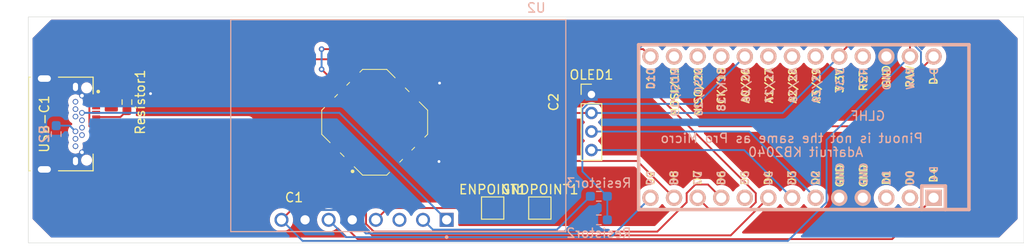
<source format=kicad_pcb>
(kicad_pcb (version 20241229) (generator "pcbnew") (generator_version "9.0")
  (layers (0 "F.Cu" signal) (2 "B.Cu" signal) (13 "F.Paste" user) (15 "B.Paste" user) (5 "F.SilkS" user "F.Silkscreen") (7 "B.SilkS" user "B.Silkscreen") (1 "F.Mask" user) (3 "B.Mask" user) (25 "Edge.Cuts" user))
  (net 0 "")
  (net 1 "GND")
  (net 2 "+5V")
  (net 3 "Net-(U1-D8)")
  (net 4 "Net-(U1-D7)")
  (net 5 "SDL")
  (net 6 "+3.3V")
  (net 7 "SDA")
  (net 8 "Net-(USB-C1-CC2)")
  (net 9 "Net-(USB-C1-CC1)")
  (net 10 "Net-(U1-A0{slash}26)")
  (net 11 "Net-(U2-VLIPO)")
  (net 13 "D-")
  (net 14 "LBO")
  (net 17 "D+")
  (net 20 "VBUS")
  (net 21 "EN")
  (net 37 "D6ASSY")
  (net 42 "D8ASSY")
  (net 43 "D10ASSY")
  (footprint "Capacitor_SMD:C_0201_0603Metric_Pad0.64x0.40mm_HandSolder" (layer "F.Cu") (at 174.1925 56.515 180)
    (property "Reference" "C3" (hide yes))
    (property "Value" "0.1uF")
    (pad "1" smd roundrect (at -0.4075 0 180) (size 0.635 0.4) (layers "F.Cu" "F.Mask") (net 1 "GND"))
    (pad "2" smd roundrect (at 0.4075 0 180) (size 0.635 0.4) (layers "F.Cu" "F.Mask") (net 6 "+3.3V"))
  )
  (footprint "DPAD:Navigation_SMD_9.9x9.9mm" (layer "F.Cu") (at 121.92 65.675 180)
    (property "Reference" "D-Pad1")
    (property "Value" "Nav Switch")
    (fp_line (start 5.7 1.3) (end 5.4 1.6) (stroke (width 0.1)) (layer "F.SilkS"))
    (fp_line (start 5.7 -1.3) (end 5.7 1.3) (stroke (width 0.1)) (layer "F.SilkS"))
    (fp_line (start 4.8 -2.2) (end 5.7 -1.3) (stroke (width 0.1)) (layer "F.SilkS"))
    (fp_line (start 4.3 2.7) (end 4 3) (stroke (width 0.1)) (layer "F.SilkS"))
    (fp_line (start 3.3 -3.7) (end 3.7 -3.3) (stroke (width 0.1)) (layer "F.SilkS"))
    (fp_line (start 3 4) (end 2.7 4.3) (stroke (width 0.1)) (layer "F.SilkS"))
    (fp_line (start 1.6 5.4) (end 1.3 5.7) (stroke (width 0.1)) (layer "F.SilkS"))
    (fp_line (start 1.3 5.7) (end -1.3 5.7) (stroke (width 0.1)) (layer "F.SilkS"))
    (fp_line (start 1.3 -5.7) (end 2.2 -4.8) (stroke (width 0.1)) (layer "F.SilkS"))
    (fp_line (start -1.3 5.7) (end -2.2 4.8) (stroke (width 0.1)) (layer "F.SilkS"))
    (fp_line (start -1.3 -5.7) (end 1.3 -5.7) (stroke (width 0.1)) (layer "F.SilkS"))
    (fp_line (start -1.6 -5.4) (end -1.3 -5.7) (stroke (width 0.1)) (layer "F.SilkS"))
    (fp_line (start -2.7 -4.3) (end -3 -4) (stroke (width 0.1)) (layer "F.SilkS"))
    (fp_line (start -3.3 3.7) (end -3.7 3.3) (stroke (width 0.1)) (layer "F.SilkS"))
    (fp_line (start -4 -3) (end -4.3 -2.7) (stroke (width 0.1)) (layer "F.SilkS"))
    (fp_line (start -4.8 2.2) (end -5.7 1.300001) (stroke (width 0.1)) (layer "F.SilkS"))
    (fp_line (start -5.7 1.300001) (end -5.7 -1.3) (stroke (width 0.1)) (layer "F.SilkS"))
    (fp_line (start -5.7 -1.3) (end -5.4 -1.6) (stroke (width 0.1)) (layer "F.SilkS"))
    (fp_circle (center 2.380662 -5.292547) (end 2.280662 -5.292547) (stroke (width 0.2)) (fill yes) (layer "F.SilkS"))
    (pad "1" smd rect (at 2.669328 -4.224963 315) (size 1 1.25) (layers "F.Cu" "F.Mask" "F.Paste") (net 37 "D6ASSY"))
    (pad "2" smd rect (at 4.224963 -2.669328 315) (size 1 1.25) (layers "F.Cu" "F.Mask" "F.Paste") (net 42 "D8ASSY"))
    (pad "3" smd rect (at 4.790648 2.103643 45) (size 1 1.25) (layers "F.Cu" "F.Mask" "F.Paste") (net 1 "GND"))
    (pad "4" smd rect (at 3.447146 3.447146 45) (size 1 1.25) (layers "F.Cu" "F.Mask" "F.Paste") (net 43 "D10ASSY"))
    (pad "5" smd rect (at 2.103643 4.790648 45) (size 1 1.25) (layers "F.Cu" "F.Mask" "F.Paste") (net 4 "Net-(U1-D7)"))
    (pad "6" smd rect (at -2.669328 4.224963 135) (size 1 1.25) (layers "F.Cu" "F.Mask" "F.Paste") (net 1 "GND"))
    (pad "7" smd rect (at -4.224963 2.669328 135) (size 1 1.25) (layers "F.Cu" "F.Mask" "F.Paste") (net 3 "Net-(U1-D8)"))
    (pad "8" smd rect (at -4.790648 -2.103643 225) (size 1 1.25) (layers "F.Cu" "F.Mask" "F.Paste") (net 1 "GND"))
    (pad "9" smd rect (at -3.447146 -3.447146 225) (size 1 1.25) (layers "F.Cu" "F.Mask" "F.Paste") (net 1 "GND"))
    (pad "10" smd rect (at -2.103643 -4.790648 225) (size 1 1.25) (layers "F.Cu" "F.Mask" "F.Paste") (net 1 "GND"))
  )
  (footprint "TestPoint:TestPoint_Pad_2.0x2.0mm" (layer "F.Cu") (at 134.62 74.93)
    (property "Reference" "ENPOINT1" (at 0 -1.998 0) (layer "F.SilkS"))
    (property "Value" "TestPoint_Small" (hide yes))
    (fp_line (start -1.2 -1.2) (end 1.2 -1.2) (stroke (width 0.12)) (layer "F.SilkS"))
    (fp_line (start -1.2 1.2) (end -1.2 -1.2) (stroke (width 0.12)) (layer "F.SilkS"))
    (fp_line (start 1.2 -1.2) (end 1.2 1.2) (stroke (width 0.12)) (layer "F.SilkS"))
    (fp_line (start 1.2 1.2) (end -1.2 1.2) (stroke (width 0.12)) (layer "F.SilkS"))
    (pad "1" smd rect (at 0 0) (size 2 2) (layers "F.Cu" "F.Mask") (net 21 "EN"))
  )
  (footprint "Resistor_SMD:R_0603_1608Metric_Pad0.98x0.95mm_HandSolder" (layer "F.Cu") (at 95.25 63.5 -90)
    (property "Reference" "Resistor1" (at 0 -1.43 90) (layer "F.SilkS"))
    (property "Value" "5.1Kohms")
    (fp_line (start -0.254724 0.5225) (end 0.254724 0.5225) (stroke (width 0.12)) (layer "F.SilkS"))
    (fp_line (start -0.254724 -0.5225) (end 0.254724 -0.5225) (stroke (width 0.12)) (layer "F.SilkS"))
    (pad "1" smd roundrect (at -0.9125 0 270) (size 0.975 0.95) (layers "F.Cu" "F.Mask" "F.Paste") (net 1 "GND"))
    (pad "2" smd roundrect (at 0.9125 0 270) (size 0.975 0.95) (layers "F.Cu" "F.Mask" "F.Paste") (net 9 "Net-(USB-C1-CC1)"))
  )
  (footprint "Capacitor_SMD:C_0201_0603Metric_Pad0.64x0.40mm_HandSolder" (layer "F.Cu") (at 178.435 56.515 180)
    (property "Reference" "C4" (hide yes))
    (property "Value" "0.1uF")
    (pad "1" smd roundrect (at -0.4075 0 180) (size 0.635 0.4) (layers "F.Cu" "F.Mask") (net 2 "+5V"))
    (pad "2" smd roundrect (at 0.4075 0 180) (size 0.635 0.4) (layers "F.Cu" "F.Mask") (net 1 "GND"))
  )
  (footprint "Connector_PinHeader_2.00mm:PinHeader_1x04_P2.00mm_Vertical" (layer "F.Cu") (at 145.25625 62.675)
    (property "Reference" "OLED1" (at 0 -2.11 0) (layer "F.SilkS"))
    (property "Value" "SSD1306")
    (fp_line (start -1.11 -1.11) (end 0 -1.11) (stroke (width 0.12)) (layer "F.SilkS"))
    (fp_line (start -1.11 0) (end -1.11 -1.11) (stroke (width 0.12)) (layer "F.SilkS"))
    (fp_line (start -1.11 1) (end -1.11 7.11) (stroke (width 0.12)) (layer "F.SilkS"))
    (fp_line (start -1.11 1) (end 1.11 1) (stroke (width 0.12)) (layer "F.SilkS"))
    (fp_line (start -1.11 7.11) (end 1.11 7.11) (stroke (width 0.12)) (layer "F.SilkS"))
    (fp_line (start 1.11 1) (end 1.11 7.11) (stroke (width 0.12)) (layer "F.SilkS"))
    (pad "1" thru_hole rect (at 0 0) (size 1.35 1.35) (drill 0.8) (layers "*.Cu" "*.Mask") (net 1 "GND"))
    (pad "2" thru_hole circle (at 0 2) (size 1.35 1.35) (drill 0.8) (layers "*.Cu" "*.Mask") (net 6 "+3.3V"))
    (pad "3" thru_hole circle (at 0 4) (size 1.35 1.35) (drill 0.8) (layers "*.Cu" "*.Mask") (net 5 "SDL"))
    (pad "4" thru_hole circle (at 0 6) (size 1.35 1.35) (drill 0.8) (layers "*.Cu" "*.Mask") (net 7 "SDA"))
  )
  (footprint "TestPoint:TestPoint_Pad_2.0x2.0mm" (layer "F.Cu") (at 139.7 74.93)
    (property "Reference" "GNDPOINT1" (at 0 -1.998 0) (layer "F.SilkS"))
    (property "Value" "TestPoint_Small" (hide yes))
    (fp_line (start -1.2 -1.2) (end 1.2 -1.2) (stroke (width 0.12)) (layer "F.SilkS"))
    (fp_line (start -1.2 1.2) (end -1.2 -1.2) (stroke (width 0.12)) (layer "F.SilkS"))
    (fp_line (start 1.2 -1.2) (end 1.2 1.2) (stroke (width 0.12)) (layer "F.SilkS"))
    (fp_line (start 1.2 1.2) (end -1.2 1.2) (stroke (width 0.12)) (layer "F.SilkS"))
    (pad "1" smd rect (at 0 0) (size 2 2) (layers "F.Cu" "F.Mask") (net 1 "GND"))
  )
  (footprint "Capacitor_SMD:C_0201_0603Metric_Pad0.64x0.40mm_HandSolder" (layer "F.Cu") (at 142.24 63.5 90)
    (property "Reference" "C2" (at 0 -1.05 90) (layer "F.SilkS"))
    (property "Value" "0.1uF")
    (pad "1" smd roundrect (at -0.4075 0 90) (size 0.635 0.4) (layers "F.Cu" "F.Mask") (net 6 "+3.3V"))
    (pad "2" smd roundrect (at 0.4075 0 90) (size 0.635 0.4) (layers "F.Cu" "F.Mask") (net 1 "GND"))
  )
  (footprint "usb-c:CUI_UJ31-CH-G-SMT-TR-67" (layer "F.Cu") (at 86.36 65.86 -90)
    (property "Reference" "USB-C1" (at 0 0 90) (layer "F.SilkS"))
    (property "Value" "UJ31-CH-G-SMT-TR-67" (hide yes))
    (fp_line (start -5.05 1.7) (end 5.05 1.7) (stroke (width 0.127)) (layer "F.SilkS"))
    (fp_line (start 5.05 1.7) (end 5.05 1.52) (stroke (width 0.127)) (layer "F.SilkS"))
    (fp_line (start -5.05 1.52) (end -5.05 1.7) (stroke (width 0.127)) (layer "F.SilkS"))
    (fp_line (start 5.05 -1.52) (end 5.05 -5.25) (stroke (width 0.127)) (layer "F.SilkS"))
    (fp_line (start -5.05 -5.25) (end -5.05 -1.52) (stroke (width 0.127)) (layer "F.SilkS"))
    (fp_line (start -3.25 -5.25) (end -5.05 -5.25) (stroke (width 0.127)) (layer "F.SilkS"))
    (fp_line (start 5.05 -5.25) (end 3.25 -5.25) (stroke (width 0.127)) (layer "F.SilkS"))
    (fp_circle (center -3.5 -5.8) (end -3.4 -5.8) (stroke (width 0.2)) (fill no) (layer "F.SilkS"))
    (pad "" np_thru_hole circle (at -3.9 -4.55 270) (size 0.7 0.7) (drill 0.7) (layers "*.Cu" "*.Mask"))
    (pad "" np_thru_hole circle (at 3.9 -4.55 270) (size 0.7 0.7) (drill 0.7) (layers "*.Cu" "*.Mask"))
    (pad "A1" smd rect (at -2.75 -5.575 270) (size 0.35 0.85) (layers "F.Cu" "F.Mask" "F.Paste") (net 1 "GND"))
    (pad "A2" smd rect (at -2.25 -5.575 270) (size 0.35 0.85) (layers "F.Cu" "F.Mask" "F.Paste"))
    (pad "A3" smd rect (at -1.75 -5.575 270) (size 0.35 0.85) (layers "F.Cu" "F.Mask" "F.Paste"))
    (pad "A4" smd rect (at -1.25 -5.575 270) (size 0.35 0.85) (layers "F.Cu" "F.Mask" "F.Paste"))
    (pad "A5" smd rect (at -0.75 -5.575 270) (size 0.35 0.85) (layers "F.Cu" "F.Mask" "F.Paste") (net 9 "Net-(USB-C1-CC1)"))
    (pad "A6" smd rect (at -0.25 -5.575 270) (size 0.35 0.85) (layers "F.Cu" "F.Mask" "F.Paste") (net 17 "D+"))
    (pad "A7" smd rect (at 0.25 -5.575 270) (size 0.35 0.85) (layers "F.Cu" "F.Mask" "F.Paste") (net 13 "D-"))
    (pad "A8" smd rect (at 0.75 -5.575 270) (size 0.35 0.85) (layers "F.Cu" "F.Mask" "F.Paste"))
    (pad "A9" smd rect (at 1.25 -5.575 270) (size 0.35 0.85) (layers "F.Cu" "F.Mask" "F.Paste"))
    (pad "A10" smd rect (at 1.75 -5.575 270) (size 0.35 0.85) (layers "F.Cu" "F.Mask" "F.Paste"))
    (pad "A11" smd rect (at 2.25 -5.575 270) (size 0.35 0.85) (layers "F.Cu" "F.Mask" "F.Paste"))
    (pad "A12" smd rect (at 2.75 -5.575 270) (size 0.35 0.85) (layers "F.Cu" "F.Mask" "F.Paste") (net 1 "GND"))
    (pad "B1" thru_hole circle (at 3.05 -4.05 270) (size 0.6 0.6) (drill 0.4) (layers "*.Cu" "*.Mask") (net 1 "GND"))
    (pad "B2" thru_hole circle (at 2.4 -3.35 270) (size 0.6 0.6) (drill 0.4) (layers "*.Cu" "*.Mask"))
    (pad "B3" thru_hole circle (at 1.6 -3.35 270) (size 0.6 0.6) (drill 0.4) (layers "*.Cu" "*.Mask"))
    (pad "B4" thru_hole circle (at 1.2 -4.05 270) (size 0.6 0.6) (drill 0.4) (layers "*.Cu" "*.Mask"))
    (pad "B5" thru_hole circle (at 0.8 -3.35 270) (size 0.6 0.6) (drill 0.4) (layers "*.Cu" "*.Mask") (net 8 "Net-(USB-C1-CC2)"))
    (pad "B6" thru_hole circle (at 0.4 -4.05 270) (size 0.6 0.6) (drill 0.4) (layers "*.Cu" "*.Mask"))
    (pad "B7" thru_hole circle (at -0.4 -4.05 270) (size 0.6 0.6) (drill 0.4) (layers "*.Cu" "*.Mask"))
    (pad "B8" thru_hole circle (at -0.8 -3.35 270) (size 0.6 0.6) (drill 0.4) (layers "*.Cu" "*.Mask"))
    (pad "B9" thru_hole circle (at -1.2 -4.05 270) (size 0.6 0.6) (drill 0.4) (layers "*.Cu" "*.Mask") (net 20 "VBUS"))
    (pad "B10" thru_hole circle (at -1.6 -3.35 270) (size 0.6 0.6) (drill 0.4) (layers "*.Cu" "*.Mask"))
    (pad "B11" thru_hole circle (at -2.4 -3.35 270) (size 0.6 0.6) (drill 0.4) (layers "*.Cu" "*.Mask"))
    (pad "B12" thru_hole circle (at -3.05 -4.05 270) (size 0.6 0.6) (drill 0.4) (layers "*.Cu" "*.Mask") (net 1 "GND"))
    (pad "S1" thru_hole oval (at -4.9 0 270) (size 1.2 2.4) (drill oval 0.7 1.4) (layers "*.Cu" "*.Mask") (net 1 "GND"))
    (pad "S2" thru_hole oval (at 4.9 0 270) (size 1.2 2.4) (drill oval 0.7 1.4) (layers "*.Cu" "*.Mask") (net 1 "GND"))
    (pad "S3" thru_hole oval (at -4 -3.35 270) (size 1.3 0.95) (drill oval 0.9 0.55) (layers "*.Cu" "*.Mask") (net 1 "GND"))
    (pad "S4" thru_hole oval (at 4 -3.35 270) (size 1.3 0.95) (drill oval 0.9 0.55) (layers "*.Cu" "*.Mask") (net 1 "GND"))
  )
  (footprint "Capacitor_SMD:C_0201_0603Metric_Pad0.64x0.40mm_HandSolder" (layer "F.Cu") (at 113.241781 74.840577)
    (property "Reference" "C1" (at 0 -1.05 0) (layer "F.SilkS"))
    (property "Value" "0.1uF")
    (pad "1" smd roundrect (at -0.4075 0) (size 0.635 0.4) (layers "F.Cu" "F.Mask") (net 2 "+5V"))
    (pad "2" smd roundrect (at 0.4075 0) (size 0.635 0.4) (layers "F.Cu" "F.Mask") (net 1 "GND"))
  )
  (footprint "Resistor_SMD:R_0603_1608Metric_Pad0.98x0.95mm_HandSolder" (layer "B.Cu") (at 87.63 66.9525 90)
    (property "Reference" "R2" (at 0 -1.27 90) (layer "B.SilkS") (effects (justify mirror)))
    (property "Value" "5.1Kohms")
    (fp_line (start -0.254724 -0.5225) (end 0.254724 -0.5225) (stroke (width 0.12)) (layer "B.SilkS"))
    (fp_line (start -0.254724 0.5225) (end 0.254724 0.5225) (stroke (width 0.12)) (layer "B.SilkS"))
    (pad "1" smd roundrect (at -0.9125 0 90) (size 0.975 0.95) (layers "B.Cu" "B.Mask" "B.Paste") (net 1 "GND"))
    (pad "2" smd roundrect (at 0.9125 0 90) (size 0.975 0.95) (layers "B.Cu" "B.Mask" "B.Paste") (net 8 "Net-(USB-C1-CC2)"))
  )
  (footprint "Resistor_SMD:R_0603_1608Metric_Pad0.98x0.95mm_HandSolder" (layer "B.Cu") (at 146.05 73.66 180)
    (property "Reference" "Resistor3" (at 0 1.43 0) (layer "B.SilkS") (effects (justify mirror)))
    (property "Value" "1mohm")
    (fp_line (start -0.254724 0.5225) (end 0.254724 0.5225) (stroke (width 0.12)) (layer "B.SilkS"))
    (fp_line (start -0.254724 -0.5225) (end 0.254724 -0.5225) (stroke (width 0.12)) (layer "B.SilkS"))
    (pad "1" smd roundrect (at -0.9125 0 180) (size 0.975 0.95) (layers "B.Cu" "B.Mask" "B.Paste") (net 10 "Net-(U1-A0{slash}26)"))
    (pad "2" smd roundrect (at 0.9125 0 180) (size 0.975 0.95) (layers "B.Cu" "B.Mask" "B.Paste") (net 11 "Net-(U2-VLIPO)"))
  )
  (footprint "batt-charger:MODULE_2465" (layer "B.Cu") (at 124.46 66.04 180)
    (property "Reference" "U2" (at -14.859 12.705 0) (layer "B.SilkS") (effects (justify mirror)))
    (property "Value" "2465")
    (fp_line (start 18.034 11.43) (end 18.034 -11.43) (stroke (width 0.127)) (layer "B.SilkS"))
    (fp_line (start 18.034 -11.43) (end -18.034 -11.43) (stroke (width 0.127)) (layer "B.SilkS"))
    (fp_line (start -18.034 11.43) (end 18.034 11.43) (stroke (width 0.127)) (layer "B.SilkS"))
    (fp_line (start -18.034 -11.43) (end -18.034 11.43) (stroke (width 0.127)) (layer "B.SilkS"))
    (fp_circle (center -5.207 -12.03) (end -5.107 -12.03) (stroke (width 0.2)) (fill no) (layer "B.SilkS"))
    (pad "1" thru_hole rect (at -5.207 -10.16 180) (size 1.508 1.508) (drill 1) (layers "*.Cu" "*.Mask") (net 20 "VBUS"))
    (pad "2" thru_hole circle (at -2.667 -10.16 180) (size 1.508 1.508) (drill 1) (layers "*.Cu" "*.Mask") (net 11 "Net-(U2-VLIPO)"))
    (pad "3" thru_hole circle (at -0.127 -10.16 180) (size 1.508 1.508) (drill 1) (layers "*.Cu" "*.Mask"))
    (pad "4" thru_hole circle (at 2.413 -10.16 180) (size 1.508 1.508) (drill 1) (layers "*.Cu" "*.Mask") (net 21 "EN"))
    (pad "5" thru_hole circle (at 4.953 -10.16 180) (size 1.508 1.508) (drill 1) (layers "*.Cu" "*.Mask") (net 1 "GND"))
    (pad "6" thru_hole circle (at 7.493 -10.16 180) (size 1.508 1.508) (drill 1) (layers "*.Cu" "*.Mask") (net 14 "LBO"))
    (pad "7" thru_hole circle (at 10.033 -10.16 180) (size 1.508 1.508) (drill 1) (layers "*.Cu" "*.Mask") (net 1 "GND"))
    (pad "8" thru_hole circle (at 12.573 -10.16 180) (size 1.508 1.508) (drill 1) (layers "*.Cu" "*.Mask") (net 2 "+5V"))
  )
  (footprint "kb2040:kb2040" (layer "B.Cu") (at 168.11625 66.19875 90)
    (property "Reference" "U1" (hide yes))
    (property "Value" "kb2040" (hide yes))
    (fp_line (start 8.89 -17.78) (end 8.89 15.24) (stroke (width 0.381)) (layer "B.SilkS"))
    (fp_line (start -8.89 -17.78) (end 8.89 -17.78) (stroke (width 0.381)) (layer "B.SilkS"))
    (fp_line (start -6.35 12.7) (end -8.89 12.7) (stroke (width 0.381)) (layer "B.SilkS"))
    (fp_line (start 8.89 15.24) (end 8.89 17.78) (stroke (width 0.381)) (layer "B.SilkS"))
    (fp_line (start -6.35 15.24) (end -6.35 12.7) (stroke (width 0.381)) (layer "B.SilkS"))
    (fp_line (start -6.35 15.24) (end -8.89 15.24) (stroke (width 0.381)) (layer "B.SilkS"))
    (fp_line (start -8.89 15.24) (end -8.89 -17.78) (stroke (width 0.381)) (layer "B.SilkS"))
    (fp_line (start 8.89 17.78) (end -8.89 17.78) (stroke (width 0.381)) (layer "B.SilkS"))
    (fp_line (start -8.89 17.78) (end -8.89 15.24) (stroke (width 0.381)) (layer "B.SilkS"))
    (fp_text user "RAW" (at 5.461 11.43 270) (layer "F.SilkS") (effects (font (size 0.8 0.8))))
    (fp_text user "D0" (at -5.461 11.43 270) (layer "F.SilkS") (effects (font (size 0.8 0.8))))
    (fp_text user "D4" (at -5.461 -3.81 270) (layer "F.SilkS") (effects (font (size 0.8 0.8))))
    (fp_text user "A0/26" (at 4.4704 -6.2738 270) (layer "F.SilkS") (effects (font (size 0.8 0.8))))
    (fp_text user "GND" (at 5.461 8.89 270) (layer "F.SilkS") (effects (font (size 0.8 0.8))))
    (fp_text user "D-" (at 5.461 13.97 270) (layer "F.SilkS") (effects (font (size 0.8 0.8))))
    (fp_text user "D5" (at -5.461 -6.35 270) (layer "F.SilkS") (effects (font (size 0.8 0.8))))
    (fp_text user "D6" (at -5.461 -8.89 270) (layer "F.SilkS") (effects (font (size 0.8 0.8))))
    (fp_text user "D3" (at -5.461 -1.27 270) (layer "F.SilkS") (effects (font (size 0.8 0.8))))
    (fp_text user "A1/27" (at 4.4704 -3.7338 270) (layer "F.SilkS") (effects (font (size 0.8 0.8))))
    (fp_text user "D+" (at -5.08 13.97 270) (layer "F.SilkS") (effects (font (size 0.8 0.8))))
    (fp_text user "D9" (at -5.5 -16.5 270) (layer "F.SilkS") (effects (font (size 0.8 0.8))))
    (fp_text user "D10" (at 5.2324 -16.4846 270) (layer "F.SilkS") (effects (font (size 0.8 0.8))))
    (fp_text user "D2" (at -5.461 1.27 270) (layer "F.SilkS") (effects (font (size 0.8 0.8))))
    (fp_text user "D7" (at -5.461 -11.43 270) (layer "F.SilkS") (effects (font (size 0.8 0.8))))
    (fp_text user "A2/28" (at 4.4704 -1.1938 270) (layer "F.SilkS") (effects (font (size 0.8 0.8))))
    (fp_text user "D1" (at -5.461 8.89 270) (layer "F.SilkS") (effects (font (size 0.8 0.8))))
    (fp_text user "3.3V" (at 4.9784 3.8608 270) (layer "F.SilkS") (effects (font (size 0.8 0.8))))
    (fp_text user "A3/29" (at 4.4704 1.3462 270) (layer "F.SilkS") (effects (font (size 0.8 0.8))))
    (fp_text user "RST" (at 4.9784 6.4008 270) (layer "F.SilkS") (effects (font (size 0.8 0.8))))
    (fp_text user "SCK/18" (at 4.0894 -8.89 270) (layer "F.SilkS") (effects (font (size 0.8 0.8))))
    (fp_text user "GND" (at -5.2578 3.8862 270) (layer "F.SilkS") (effects (font (size 0.8 0.8))))
    (fp_text user "MISO/20" (at 3.81 -11.3538 270) (layer "F.SilkS") (effects (font (size 0.8 0.8))))
    (fp_text user "D8" (at -5.461 -13.97 270) (layer "F.SilkS") (effects (font (size 0.8 0.8))))
    (fp_text user "GND" (at -5.2578 6.4262 270) (layer "F.SilkS") (effects (font (size 0.8 0.8))))
    (fp_text user "MOSI/19" (at 3.81 -13.8938 270) (layer "F.SilkS") (effects (font (size 0.8 0.8))))
    (fp_text user "D5" (at -5.5 -6.32 270) (layer "B.SilkS") (effects (font (size 0.8 0.8)) (justify mirror)))
    (fp_text user "D1" (at -5.5 8.92 270) (layer "B.SilkS") (effects (font (size 0.8 0.8)) (justify mirror)))
    (fp_text user "D7" (at -5.5 -11.4 270) (layer "B.SilkS") (effects (font (size 0.8 0.8)) (justify mirror)))
    (fp_text user "Adafruit KB2040" (at -2.7 0.2 0) (layer "B.SilkS") (effects (justify mirror)))
    (fp_text user "RST" (at 5.342857 6.4546 270) (layer "B.SilkS") (effects (font (size 0.8 0.8)) (justify mirror)))
    (fp_text user "D9" (at -5.5 -16.47 270) (layer "B.SilkS") (effects (font (size 0.8 0.8)) (justify mirror)))
    (fp_text user "GND" (at -5.061905 6.4562 270) (layer "B.SilkS") (effects (font (size 0.8 0.8)) (justify mirror)))
    (fp_text user "SCK/18" (at 4.066667 -8.8362 270) (layer "B.SilkS") (effects (font (size 0.8 0.8)) (justify mirror)))
    (fp_text user "A3/29" (at 4.52381 1.4 270) (layer "B.SilkS") (effects (font (size 0.8 0.8)) (justify mirror)))
    (fp_text user "MISO/20" (at 3.8 -11.3 270) (layer "B.SilkS") (effects (font (size 0.8 0.8)) (justify mirror)))
    (fp_text user "D10" (at 5.266667 -16.4308 270) (layer "B.SilkS") (effects (font (size 0.8 0.8)) (justify mirror)))
    (fp_text user "A1/27" (at 4.52381 -3.68 270) (layer "B.SilkS") (effects (font (size 0.8 0.8)) (justify mirror)))
    (fp_text user "GLHF" (at 1.2 6.9 0) (layer "B.SilkS") (effects (justify mirror)))
    (fp_text user "GND" (at -5.061905 3.9162 270) (layer "B.SilkS") (effects (font (size 0.8 0.8)) (justify mirror)))
    (fp_text user "D2" (at -5.5 1.3 270) (layer "B.SilkS") (effects (font (size 0.8 0.8)) (justify mirror)))
    (fp_text user "D+" (at -5.1 14 270) (layer "B.SilkS") (effects (font (size 0.8 0.8)) (justify mirror)))
    (fp_text user "D0" (at -5.5 11.46 270) (layer "B.SilkS") (effects (font (size 0.8 0.8)) (justify mirror)))
    (fp_text user "GND" (at 5.209524 8.9438 270) (layer "B.SilkS") (effects (font (size 0.8 0.8)) (justify mirror)))
    (fp_text user "A2/28" (at 4.52381 -1.14 270) (layer "B.SilkS") (effects (font (size 0.8 0.8)) (justify mirror)))
    (fp_text user "Pinout is not the same as Pro Micro" (at -1.2 -1.3 0) (layer "B.SilkS") (effects (justify mirror)))
    (fp_text user "D3" (at -5.5 -1.24 270) (layer "B.SilkS") (effects (font (size 0.8 0.8)) (justify mirror)))
    (fp_text user "D4" (at -5.5 -3.78 270) (layer "B.SilkS") (effects (font (size 0.8 0.8)) (justify mirror)))
    (fp_text user "D-" (at 5.533334 14.0238 270) (layer "B.SilkS") (effects (font (size 0.8 0.8)) (justify mirror)))
    (fp_text user "3.3V" (at 5.133334 3.9146 270) (layer "B.SilkS") (effects (font (size 0.8 0.8)) (justify mirror)))
    (fp_text user "A0/26" (at 4.52381 -6.22 270) (layer "B.SilkS") (effects (font (size 0.8 0.8)) (justify mirror)))
    (fp_text user "MOSI/19" (at 3.8 -13.84 270) (layer "B.SilkS") (effects (font (size 0.8 0.8)) (justify mirror)))
    (fp_text user "RAW" (at 5.228572 11.4838 270) (layer "B.SilkS") (effects (font (size 0.8 0.8)) (justify mirror)))
    (fp_text user "D6" (at -5.5 -8.86 270) (layer "B.SilkS") (effects (font (size 0.8 0.8)) (justify mirror)))
    (fp_text user "D8" (at -5.5 -13.94 270) (layer "B.SilkS") (effects (font (size 0.8 0.8)) (justify mirror)))
    (pad "1" thru_hole rect (at -7.62 13.97 180) (size 1.7526 1.7526) (drill 1.0922) (layers "*.Cu" "*.SilkS" "*.Mask") (net 17 "D+"))
    (pad "2" thru_hole circle (at -7.62 11.43 180) (size 1.7526 1.7526) (drill 1.0922) (layers "*.Cu" "*.SilkS" "*.Mask"))
    (pad "3" thru_hole circle (at -7.62 8.89 180) (size 1.7526 1.7526) (drill 1.0922) (layers "*.Cu" "*.SilkS" "*.Mask"))
    (pad "4" thru_hole circle (at -7.62 6.35 180) (size 1.7526 1.7526) (drill 1.0922) (layers "*.Cu" "*.SilkS" "*.Mask") (net 1 "GND"))
    (pad "5" thru_hole circle (at -7.62 3.81 180) (size 1.7526 1.7526) (drill 1.0922) (layers "*.Cu" "*.SilkS" "*.Mask") (net 1 "GND"))
    (pad "6" thru_hole circle (at -7.62 1.27 180) (size 1.7526 1.7526) (drill 1.0922) (layers "*.Cu" "*.SilkS" "*.Mask") (net 5 "SDL"))
    (pad "7" thru_hole circle (at -7.62 -1.27 180) (size 1.7526 1.7526) (drill 1.0922) (layers "*.Cu" "*.SilkS" "*.Mask") (net 7 "SDA"))
    (pad "8" thru_hole circle (at -7.62 -3.81 180) (size 1.7526 1.7526) (drill 1.0922) (layers "*.Cu" "*.SilkS" "*.Mask") (net 42 "D8ASSY"))
    (pad "9" thru_hole circle (at -7.62 -6.35 180) (size 1.7526 1.7526) (drill 1.0922) (layers "*.Cu" "*.SilkS" "*.Mask"))
    (pad "10" thru_hole circle (at -7.62 -8.89 180) (size 1.7526 1.7526) (drill 1.0922) (layers "*.Cu" "*.SilkS" "*.Mask") (net 37 "D6ASSY"))
    (pad "11" thru_hole circle (at -7.62 -11.43 180) (size 1.7526 1.7526) (drill 1.0922) (layers "*.Cu" "*.SilkS" "*.Mask") (net 4 "Net-(U1-D7)"))
    (pad "12" thru_hole circle (at -7.62 -13.97 180) (size 1.7526 1.7526) (drill 1.0922) (layers "*.Cu" "*.SilkS" "*.Mask") (net 3 "Net-(U1-D8)"))
    (pad "13" thru_hole circle (at -7.62 -16.51 180) (size 1.7526 1.7526) (drill 1.0922) (layers "*.Cu" "*.SilkS" "*.Mask") (net 14 "LBO"))
    (pad "14" thru_hole circle (at 7.62 13.97 180) (size 1.7526 1.7526) (drill 1.0922) (layers "*.Cu" "*.SilkS" "*.Mask") (net 13 "D-"))
    (pad "15" thru_hole circle (at 7.62 11.43 180) (size 1.7526 1.7526) (drill 1.0922) (layers "*.Cu" "*.SilkS" "*.Mask") (net 2 "+5V"))
    (pad "16" thru_hole circle (at 7.62 8.89 180) (size 1.7526 1.7526) (drill 1.0922) (layers "*.Cu" "*.SilkS" "*.Mask") (net 1 "GND"))
    (pad "17" thru_hole circle (at 7.62 6.35 180) (size 1.7526 1.7526) (drill 1.0922) (layers "*.Cu" "*.SilkS" "*.Mask"))
    (pad "18" thru_hole circle (at 7.62 3.81 180) (size 1.7526 1.7526) (drill 1.0922) (layers "*.Cu" "*.SilkS" "*.Mask") (net 6 "+3.3V"))
    (pad "19" thru_hole circle (at 7.62 1.27 180) (size 1.7526 1.7526) (drill 1.0922) (layers "*.Cu" "*.SilkS" "*.Mask"))
    (pad "20" thru_hole circle (at 7.62 -1.27 180) (size 1.7526 1.7526) (drill 1.0922) (layers "*.Cu" "*.SilkS" "*.Mask"))
    (pad "21" thru_hole circle (at 7.62 -3.81 180) (size 1.7526 1.7526) (drill 1.0922) (layers "*.Cu" "*.SilkS" "*.Mask"))
    (pad "22" thru_hole circle (at 7.62 -6.35 180) (size 1.7526 1.7526) (drill 1.0922) (layers "*.Cu" "*.SilkS" "*.Mask") (net 10 "Net-(U1-A0{slash}26)"))
    (pad "23" thru_hole circle (at 7.62 -8.89 180) (size 1.7526 1.7526) (drill 1.0922) (layers "*.Cu" "*.SilkS" "*.Mask"))
    (pad "24" thru_hole circle (at 7.62 -11.43 180) (size 1.7526 1.7526) (drill 1.0922) (layers "*.Cu" "*.SilkS" "*.Mask"))
    (pad "25" thru_hole circle (at 7.62 -13.97 180) (size 1.7526 1.7526) (drill 1.0922) (layers "*.Cu" "*.SilkS" "*.Mask"))
    (pad "26" thru_hole circle (at 7.62 -16.51 180) (size 1.7526 1.7526) (drill 1.0922) (layers "*.Cu" "*.SilkS" "*.Mask") (net 43 "D10ASSY"))
  )
  (footprint "Resistor_SMD:R_0603_1608Metric_Pad0.98x0.95mm_HandSolder" (layer "B.Cu") (at 146.05 76.2)
    (property "Reference" "Resistor2" (at 0 1.43 0) (layer "B.SilkS") (effects (justify mirror)))
    (property "Value" "1mohm")
    (fp_line (start -0.254724 -0.5225) (end 0.254724 -0.5225) (stroke (width 0.12)) (layer "B.SilkS"))
    (fp_line (start -0.254724 0.5225) (end 0.254724 0.5225) (stroke (width 0.12)) (layer "B.SilkS"))
    (pad "1" smd roundrect (at -0.9125 0) (size 0.975 0.95) (layers "B.Cu" "B.Mask" "B.Paste") (net 1 "GND"))
    (pad "2" smd roundrect (at 0.9125 0) (size 0.975 0.95) (layers "B.Cu" "B.Mask" "B.Paste") (net 10 "Net-(U1-A0{slash}26)"))
  )
  (gr_rect (start 84.635734 54.308077) (end 191.818371 78.69037) (stroke (width 0.05)) (fill no) (layer "Edge.Cuts"))
  (segment (start 142.6575 62.675) (end 145.25625 62.675) (width 0.2) (layer "F.Cu") (net 1))
  (segment (start 128.843502 69.911498) (end 127.891002 68.958998) (width 0.2) (layer "F.Cu") (net 1))
  (segment (start 113.649281 75.422281) (end 114.427 76.2) (width 0.2) (layer "F.Cu") (net 1))
  (segment (start 178.0275 56.515) (end 177.00625 57.53625) (width 0.2) (layer "F.Cu") (net 1))
  (segment (start 139.7 72.39) (end 131.322005 72.39) (width 0.2) (layer "F.Cu") (net 1))
  (segment (start 124.589328 61.450037) (end 128.905 61.450037) (width 0.2) (layer "F.Cu") (net 1))
  (segment (start 139.7 74.93) (end 139.7 72.39) (width 0.2) (layer "F.Cu") (net 1))
  (segment (start 126.365 70.12) (end 126.365 70.465648) (width 0.2) (layer "F.Cu") (net 1))
  (segment (start 92.4575 62.5875) (end 91.935 63.11) (width 0.2) (layer "F.Cu") (net 1))
  (segment (start 131.322005 72.39) (end 128.843502 69.911498) (width 0.2) (layer "F.Cu") (net 1))
  (segment (start 106.751357 63.571357) (end 109.855 63.571357) (width 0.2) (layer "F.Cu") (net 1))
  (segment (start 128.289352 70.465648) (end 128.843502 69.911498) (width 0.2) (layer "F.Cu") (net 1))
  (segment (start 142.24 63.0925) (end 142.6575 62.675) (width 0.2) (layer "F.Cu") (net 1))
  (segment (start 125.367146 69.122146) (end 126.365 70.12) (width 0.2) (layer "F.Cu") (net 1))
  (segment (start 90.71 68.61) (end 90.41 68.91) (width 0.2) (layer "F.Cu") (net 1))
  (segment (start 109.855 63.571357) (end 117.129352 63.571357) (width 0.2) (layer "F.Cu") (net 1))
  (segment (start 95.25 62.5875) (end 92.4575 62.5875) (width 0.2) (layer "F.Cu") (net 1))
  (segment (start 174.9425 56.515) (end 174.6 56.515) (width 0.2) (layer "F.Cu") (net 1))
  (segment (start 91.935 68.61) (end 90.71 68.61) (width 0.2) (layer "F.Cu") (net 1))
  (segment (start 105.7675 62.5875) (end 106.751357 63.571357) (width 0.2) (layer "F.Cu") (net 1))
  (segment (start 177.00625 57.53625) (end 177.00625 58.57875) (width 0.2) (layer "F.Cu") (net 1))
  (segment (start 113.157 77.47) (end 100.795 77.47) (width 0.2) (layer "F.Cu") (net 1))
  (segment (start 100.795 77.47) (end 91.935 68.61) (width 0.2) (layer "F.Cu") (net 1))
  (segment (start 97.79 62.5875) (end 105.7675 62.5875) (width 0.2) (layer "F.Cu") (net 1))
  (segment (start 126.365 70.465648) (end 128.289352 70.465648) (width 0.2) (layer "F.Cu") (net 1))
  (segment (start 177.00625 58.57875) (end 174.9425 56.515) (width 0.2) (layer "F.Cu") (net 1))
  (segment (start 124.023643 70.465648) (end 126.365 70.465648) (width 0.2) (layer "F.Cu") (net 1))
  (segment (start 95.25 62.5875) (end 97.79 62.5875) (width 0.2) (layer "F.Cu") (net 1))
  (segment (start 127.891002 68.958998) (end 126.710648 67.778643) (width 0.2) (layer "F.Cu") (net 1))
  (segment (start 113.649281 74.840577) (end 113.649281 75.422281) (width 0.2) (layer "F.Cu") (net 1))
  (segment (start 114.427 76.2) (end 113.157 77.47) (width 0.2) (layer "F.Cu") (net 1))
  (via (at 128.905 61.450037) (size 0.6) (drill 0.3) (layers "F.Cu" "B.Cu") (net 1))
  (via (at 97.79 62.5875) (size 0.6) (drill 0.3) (layers "F.Cu" "B.Cu") (net 1))
  (via (at 128.843502 69.911498) (size 0.6) (drill 0.3) (layers "F.Cu" "B.Cu") (net 1))
  (segment (start 86.36 67.945) (end 86.36 60.96) (width 0.2) (layer "B.Cu") (net 1))
  (segment (start 86.36 60.96) (end 88.81 60.96) (width 0.2) (layer "B.Cu") (net 1))
  (segment (start 175.82575 57.39825) (end 177.00625 58.57875) (width 0.2) (layer "B.Cu") (net 1))
  (segment (start 97.5675 62.81) (end 90.41 62.81) (width 0.2) (layer "B.Cu") (net 1))
  (segment (start 178.18675 57.39825) (end 180.03523 57.39825) (width 0.2) (layer "B.Cu") (net 1))
  (segment (start 114.427 76.2) (end 108.688 70.461) (width 0.2) (layer "B.Cu") (net 1))
  (segment (start 120.9694 77.6624) (end 119.507 76.2) (width 0.2) (layer "B.Cu") (net 1))
  (segment (start 180.72675 58.08977) (end 180.72675 67.55825) (width 0.2) (layer "B.Cu") (net 1))
  (segment (start 143.6751 77.6624) (end 120.9694 77.6624) (width 0.2) (layer "B.Cu") (net 1))
  (segment (start 86.36 70.76) (end 88.81 70.76) (width 0.2) (layer "B.Cu") (net 1))
  (segment (start 87.63 67.865) (end 86.44 67.865) (width 0.2) (layer "B.Cu") (net 1))
  (segment (start 88.81 60.96) (end 89.71 61.86) (width 0.2) (layer "B.Cu") (net 1))
  (segment (start 87.63 67.865) (end 89.625 69.86) (width 0.2) (layer "B.Cu") (net 1))
  (segment (start 128.905 61.450037) (end 98.927463 61.450037) (width 0.2) (layer "B.Cu") (net 1))
  (segment (start 89.625 69.86) (end 89.71 69.86) (width 0.2) (layer "B.Cu") (net 1))
  (segment (start 114.427 76.2) (end 115.4852 75.1418) (width 0.2) (layer "B.Cu") (net 1))
  (segment (start 177.00625 58.57875) (end 178.18675 57.39825) (width 0.2) (layer "B.Cu") (net 1))
  (segment (start 174.46625 73.81875) (end 171.92625 73.81875) (width 0.2) (layer "B.Cu") (net 1))
  (segment (start 130.129963 62.675) (end 130.81 62.675) (width 0.2) (layer "B.Cu") (net 1))
  (segment (start 130.81 67.945) (end 130.81 62.675) (width 0.2) (layer "B.Cu") (net 1))
  (segment (start 90.41 62.81) (end 90.41 62.56) (width 0.2) (layer "B.Cu") (net 1))
  (segment (start 90.41 68.91) (end 90.41 69.16) (width 0.2) (layer "B.Cu") (net 1))
  (segment (start 108.688 70.461) (end 90.311 70.461) (width 0.2) (layer "B.Cu") (net 1))
  (segment (start 145.25625 62.675) (end 150.533 57.39825) (width 0.2) (layer "B.Cu") (net 1))
  (segment (start 180.72675 67.55825) (end 174.46625 73.81875) (width 0.2) (layer "B.Cu") (net 1))
  (segment (start 145.1375 76.2) (end 143.6751 77.6624) (width 0.2) (layer "B.Cu") (net 1))
  (segment (start 98.927463 61.450037) (end 97.79 62.5875) (width 0.2) (layer "B.Cu") (net 1))
  (segment (start 150.533 57.39825) (end 175.82575 57.39825) (width 0.2) (layer "B.Cu") (net 1))
  (segment (start 86.44 67.865) (end 86.36 67.945) (width 0.2) (layer "B.Cu") (net 1))
  (segment (start 97.79 62.5875) (end 97.5675 62.81) (width 0.2) (layer "B.Cu") (net 1))
  (segment (start 118.4488 75.1418) (end 119.507 76.2) (width 0.2) (layer "B.Cu") (net 1))
  (segment (start 130.81 62.675) (end 145.25625 62.675) (width 0.2) (layer "B.Cu") (net 1))
  (segment (start 128.905 61.450037) (end 130.129963 62.675) (width 0.2) (layer "B.Cu") (net 1))
  (segment (start 180.03523 57.39825) (end 180.72675 58.08977) (width 0.2) (layer "B.Cu") (net 1))
  (segment (start 90.41 69.16) (end 89.71 69.86) (width 0.2) (layer "B.Cu") (net 1))
  (segment (start 88.81 70.76) (end 89.71 69.86) (width 0.2) (layer "B.Cu") (net 1))
  (segment (start 86.36 70.76) (end 86.36 67.945) (width 0.2) (layer "B.Cu") (net 1))
  (segment (start 90.311 70.461) (end 89.71 69.86) (width 0.2) (layer "B.Cu") (net 1))
  (segment (start 90.41 62.56) (end 89.71 61.86) (width 0.2) (layer "B.Cu") (net 1))
  (segment (start 115.4852 75.1418) (end 118.4488 75.1418) (width 0.2) (layer "B.Cu") (net 1))
  (segment (start 128.843502 69.911498) (end 130.81 67.945) (width 0.2) (layer "B.Cu") (net 1))
  (segment (start 112.834281 74.840577) (end 112.834281 75.252719) (width 0.2) (layer "F.Cu") (net 2))
  (segment (start 112.834281 75.252719) (end 111.887 76.2) (width 0.2) (layer "F.Cu") (net 2))
  (segment (start 178.8425 56.515) (end 179.54625 57.21875) (width 0.2) (layer "F.Cu") (net 2))
  (segment (start 179.54625 57.21875) (end 179.54625 58.57875) (width 0.2) (layer "F.Cu") (net 2))
  (segment (start 166.40368 78.4708) (end 170.56675 74.30773) (width 0.2) (layer "B.Cu") (net 2))
  (segment (start 114.1578 78.4708) (end 166.40368 78.4708) (width 0.2) (layer "B.Cu") (net 2))
  (segment (start 170.56675 74.30773) (end 170.56675 67.55825) (width 0.2) (layer "B.Cu") (net 2))
  (segment (start 111.887 76.2) (end 114.1578 78.4708) (width 0.2) (layer "B.Cu") (net 2))
  (segment (start 170.56675 67.55825) (end 179.54625 58.57875) (width 0.2) (layer "B.Cu") (net 2))
  (segment (start 126.144963 63.005672) (end 132.989291 69.85) (width 0.2) (layer "F.Cu") (net 3))
  (segment (start 150.1775 69.85) (end 154.14625 73.81875) (width 0.2) (layer "F.Cu") (net 3))
  (segment (start 132.989291 69.85) (end 150.1775 69.85) (width 0.2) (layer "F.Cu") (net 3))
  (segment (start 162.94675 74.30773) (end 162.25523 74.99925) (width 0.2) (layer "F.Cu") (net 4))
  (segment (start 162.25523 74.99925) (end 157.86675 74.99925) (width 0.2) (layer "F.Cu") (net 4))
  (segment (start 121.010709 59.69) (end 149.30698 59.69) (width 0.2) (layer "F.Cu") (net 4))
  (segment (start 157.86675 74.99925) (end 156.68625 73.81875) (width 0.2) (layer "F.Cu") (net 4))
  (segment (start 119.816357 60.884352) (end 121.010709 59.69) (width 0.2) (layer "F.Cu") (net 4))
  (segment (start 149.30698 59.69) (end 162.94675 73.32977) (width 0.2) (layer "F.Cu") (net 4))
  (segment (start 162.94675 73.32977) (end 162.94675 74.30773) (width 0.2) (layer "F.Cu") (net 4))
  (segment (start 145.25625 66.675) (end 162.2425 66.675) (width 0.2) (layer "B.Cu") (net 5))
  (segment (start 162.2425 66.675) (end 169.38625 73.81875) (width 0.2) (layer "B.Cu") (net 5))
  (segment (start 142.24 63.9075) (end 143.0075 64.675) (width 0.2) (layer "F.Cu") (net 6))
  (segment (start 171.92625 58.37375) (end 171.92625 58.57875) (width 0.2) (layer "F.Cu") (net 6))
  (segment (start 173.785 56.515) (end 171.92625 58.37375) (width 0.2) (layer "F.Cu") (net 6))
  (segment (start 143.0075 64.675) (end 145.25625 64.675) (width 0.2) (layer "F.Cu") (net 6))
  (segment (start 165.83 64.675) (end 171.92625 58.57875) (width 0.2) (layer "B.Cu") (net 6))
  (segment (start 145.25625 64.675) (end 165.83 64.675) (width 0.2) (layer "B.Cu") (net 6))
  (segment (start 145.25625 68.675) (end 161.7025 68.675) (width 0.2) (layer "B.Cu") (net 7))
  (segment (start 161.7025 68.675) (end 166.84625 73.81875) (width 0.2) (layer "B.Cu") (net 7))
  (segment (start 89.09 66.04) (end 89.71 66.66) (width 0.2) (layer "B.Cu") (net 8))
  (segment (start 87.63 66.04) (end 89.09 66.04) (width 0.2) (layer "B.Cu") (net 8))
  (segment (start 95.25 64.4125) (end 94.5525 65.11) (width 0.2) (layer "F.Cu") (net 9))
  (segment (start 94.5525 65.11) (end 91.935 65.11) (width 0.2) (layer "F.Cu") (net 9))
  (segment (start 156.6492 63.6958) (end 144.850652 63.6958) (width 0.2) (layer "B.Cu") (net 10))
  (segment (start 144.27705 64.269402) (end 144.27705 70.97455) (width 0.2) (layer "B.Cu") (net 10))
  (segment (start 161.76625 58.57875) (end 156.6492 63.6958) (width 0.2) (layer "B.Cu") (net 10))
  (segment (start 144.27705 70.97455) (end 146.9625 73.66) (width 0.2) (layer "B.Cu") (net 10))
  (segment (start 146.9625 73.66) (end 146.9625 76.2) (width 0.2) (layer "B.Cu") (net 10))
  (segment (start 144.850652 63.6958) (end 144.27705 64.269402) (width 0.2) (layer "B.Cu") (net 10))
  (segment (start 141.5393 77.2582) (end 128.1852 77.2582) (width 0.2) (layer "B.Cu") (net 11))
  (segment (start 128.1852 77.2582) (end 127.127 76.2) (width 0.2) (layer "B.Cu") (net 11))
  (segment (start 145.1375 73.66) (end 141.5393 77.2582) (width 0.2) (layer "B.Cu") (net 11))
  (segment (start 156.870232 66.11) (end 174.555 66.11) (width 0.2) (layer "F.Cu") (net 13))
  (segment (start 149.641832 58.8816) (end 156.870232 66.11) (width 0.2) (layer "F.Cu") (net 13))
  (segment (start 91.2058 66.0892) (end 91.2058 62.6308) (width 0.2) (layer "F.Cu") (net 13))
  (segment (start 91.2266 66.11) (end 91.2058 66.0892) (width 0.2) (layer "F.Cu") (net 13))
  (segment (start 174.555 66.11) (end 182.08625 58.57875) (width 0.2) (layer "F.Cu") (net 13))
  (segment (start 95.591774 58.8816) (end 149.641832 58.8816) (width 0.2) (layer "F.Cu") (net 13))
  (segment (start 91.842574 62.6308) (end 95.591774 58.8816) (width 0.2) (layer "F.Cu") (net 13))
  (segment (start 91.935 66.11) (end 91.2266 66.11) (width 0.2) (layer "F.Cu") (net 13))
  (segment (start 91.2058 62.6308) (end 91.842574 62.6308) (width 0.2) (layer "F.Cu") (net 13))
  (segment (start 116.967 76.2) (end 118.8336 78.0666) (width 0.2) (layer "B.Cu") (net 14))
  (segment (start 147.3584 78.0666) (end 151.60625 73.81875) (width 0.2) (layer "B.Cu") (net 14))
  (segment (start 118.8336 78.0666) (end 147.3584 78.0666) (width 0.2) (layer "B.Cu") (net 14))
  (segment (start 118.4488 75.761679) (end 118.4488 76.638321) (width 0.2) (layer "F.Cu") (net 17))
  (segment (start 91.935 65.61) (end 108.297121 65.61) (width 0.2) (layer "F.Cu") (net 17))
  (segment (start 108.297121 65.61) (end 118.4488 75.761679) (width 0.2) (layer "F.Cu") (net 17))
  (segment (start 177.6266 78.2784) (end 182.08625 73.81875) (width 0.2) (layer "F.Cu") (net 17))
  (segment (start 118.4488 76.638321) (end 120.088879 78.2784) (width 0.2) (layer "F.Cu") (net 17))
  (segment (start 120.088879 78.2784) (end 177.6266 78.2784) (width 0.2) (layer "F.Cu") (net 17))
  (segment (start 118.127 64.66) (end 90.41 64.66) (width 0.2) (layer "B.Cu") (net 20))
  (segment (start 129.667 76.2) (end 118.127 64.66) (width 0.2) (layer "B.Cu") (net 20))
  (segment (start 122.047 76.2) (end 123.317 74.93) (width 0.2) (layer "F.Cu") (net 21))
  (segment (start 123.317 74.93) (end 134.62 74.93) (width 0.2) (layer "F.Cu") (net 21))
  (segment (start 155.50575 73.32977) (end 156.44552 72.39) (width 0.2) (layer "F.Cu") (net 37))
  (segment (start 121.820479 77.47) (end 152.34348 77.47) (width 0.2) (layer "F.Cu") (net 37))
  (segment (start 118.11 71.12) (end 120.9888 73.9988) (width 0.2) (layer "F.Cu") (net 37))
  (segment (start 120.9888 76.638321) (end 121.820479 77.47) (width 0.2) (layer "F.Cu") (net 37))
  (segment (start 157.7975 72.39) (end 159.22625 73.81875) (width 0.2) (layer "F.Cu") (net 37))
  (segment (start 155.50575 74.30773) (end 155.50575 73.32977) (width 0.2) (layer "F.Cu") (net 37))
  (segment (start 152.34348 77.47) (end 155.50575 74.30773) (width 0.2) (layer "F.Cu") (net 37))
  (segment (start 156.44552 72.39) (end 157.7975 72.39) (width 0.2) (layer "F.Cu") (net 37))
  (segment (start 120.9888 73.9988) (end 120.9888 76.638321) (width 0.2) (layer "F.Cu") (net 37))
  (segment (start 118.11 71.040635) (end 118.11 71.12) (width 0.2) (layer "F.Cu") (net 37))
  (segment (start 119.250672 69.899963) (end 118.11 71.040635) (width 0.2) (layer "F.Cu") (net 37))
  (segment (start 117.695037 72.891516) (end 120.5846 75.781079) (width 0.2) (layer "F.Cu") (net 42))
  (segment (start 120.5846 75.781079) (end 120.5846 76.805747) (width 0.2) (layer "F.Cu") (net 42))
  (segment (start 117.695037 68.344328) (end 117.695037 72.891516) (width 0.2) (layer "F.Cu") (net 42))
  (segment (start 121.653054 77.8742) (end 160.2508 77.8742) (width 0.2) (layer "F.Cu") (net 42))
  (segment (start 160.2508 77.8742) (end 164.30625 73.81875) (width 0.2) (layer "F.Cu") (net 42))
  (segment (start 120.5846 76.805747) (end 121.653054 77.8742) (width 0.2) (layer "F.Cu") (net 42))
  (segment (start 118.472854 62.227854) (end 116.205 59.96) (width 0.2) (layer "F.Cu") (net 43))
  (segment (start 150.8125 57.785) (end 116.205 57.785) (width 0.2) (layer "F.Cu") (net 43))
  (segment (start 151.60625 58.57875) (end 150.8125 57.785) (width 0.2) (layer "F.Cu") (net 43))
  (via (at 116.205 59.96) (size 0.6) (drill 0.3) (layers "F.Cu" "B.Cu") (net 43))
  (via (at 116.205 57.785) (size 0.6) (drill 0.3) (layers "F.Cu" "B.Cu") (net 43))
  (segment (start 116.205 59.96) (end 116.205 57.785) (width 0.2) (layer "B.Cu") (net 43))
  (zone (net 1) (net_name "GND") (layers "F.Cu" "B.Cu") (connect_pads yes (clearance 0.5)) (min_thickness 0.25) (fill yes (thermal_gap 0.5) (thermal_bridge_width 0.5) (smoothing chamfer) (radius 2))
    (polygon (pts (xy 85.09 54.61) (xy 85.09 78.105) (xy 191.135 78.105) (xy 191.135 54.61)))
  )
)
</source>
